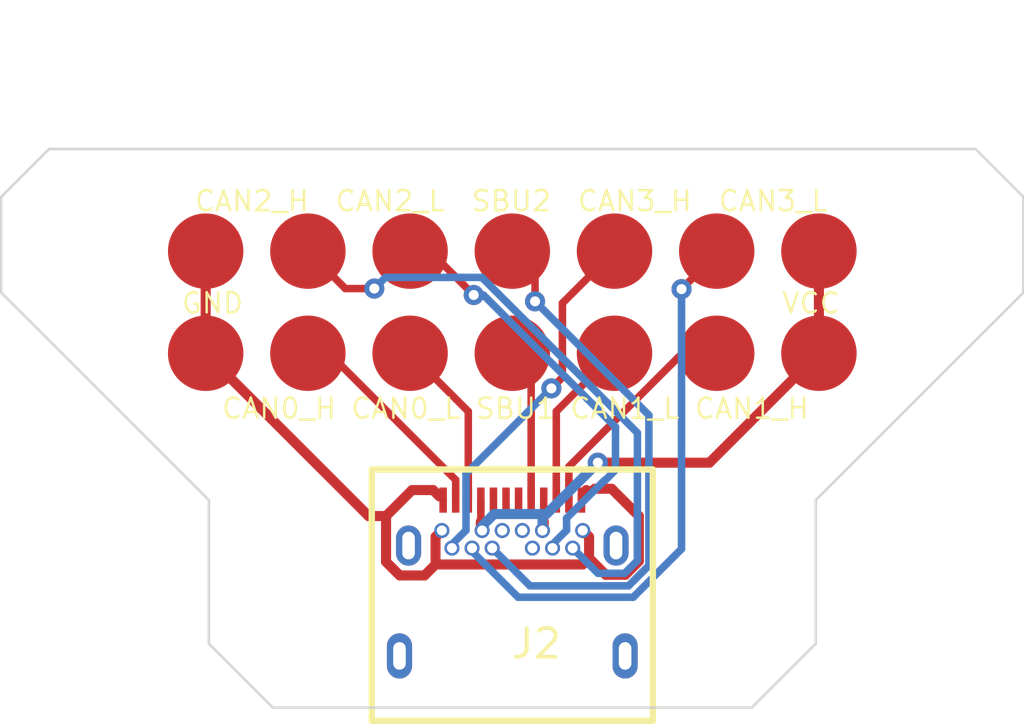
<source format=kicad_pcb>
(kicad_pcb (version 20221018) (generator pcbnew)
  (layers (0 "F.Cu" signal) (31 "B.Cu" signal) (34 "B.Paste" user) (35 "F.Paste" user) (36 "B.SilkS" user "B.Silkscreen") (37 "F.SilkS" user "F.Silkscreen") (38 "B.Mask" user) (39 "F.Mask" user) (44 "Edge.Cuts" user))
  (net 0 "")
  (net 1 "+12V")
  (net 2 "/CAN0_H")
  (net 3 "/CAN0_L")
  (net 4 "GND")
  (net 8 "/SBU1")
  (net 9 "/CAN1_L")
  (net 10 "/CAN1_H")
  (net 11 "/CAN2_H")
  (net 12 "/CAN2_L")
  (net 16 "/SBU2")
  (net 17 "/CAN3_L")
  (net 18 "/CAN3_H")
  (footprint "MountingHole:MountingHole_3mm" (layer "F.Cu") (at 123.698 76.962)
    (fp_text reference "H1" hide)
    (fp_text value "MountingHole" hide)
    (pad "" np_thru_hole circle (at 0 0) (size 3 3) (drill 3) (layers "*.Cu" "*.Mask"))
  )
  (footprint "CommaPogo_Library:USB-C-SMD_HC005-1A1H1A103-0HR" (layer "F.Cu") (at 140.335 90.73)
    (fp_text reference "J2" (at -0.124 2.615) (layer "F.SilkS") (effects (font (size 1.143 1.143) (thickness 0.152)) (justify left)))
    (fp_text value "Conn_02x12_Row_Letter_Last" hide)
    (fp_line (start -5.588 -4.318) (end 5.588 -4.318) (stroke (width 0.254)) (layer "F.SilkS"))
    (fp_line (start -5.588 5.682) (end -5.588 -4.318) (stroke (width 0.254)) (layer "F.SilkS"))
    (fp_line (start 5.588 -4.318) (end 5.588 5.682) (stroke (width 0.254)) (layer "F.SilkS"))
    (fp_line (start 5.588 5.682) (end -5.588 5.682) (stroke (width 0.254)) (layer "F.SilkS"))
    (pad "" np_thru_hole circle (at -3.6 -2.54) (size 0.65 0.65) (drill 0.65) (layers "*.Cu" "*.Mask"))
    (pad "" np_thru_hole circle (at 3.595 -2.575) (size 0.65 0.65) (drill 0.65) (layers "*.Cu" "*.Mask"))
    (pad "1" thru_hole oval (at -4.125 -1.29) (size 1 1.6) (drill oval 0.5 1.1) (layers "*.Cu" "*.Paste" "*.Mask"))
    (pad "2" thru_hole oval (at -4.485 3.1) (size 1 1.8) (drill oval 0.5 1.1) (layers "*.Cu" "*.Paste" "*.Mask"))
    (pad "3" thru_hole oval (at 4.485 3.1) (size 1 1.8) (drill oval 0.5 1.1) (layers "*.Cu" "*.Paste" "*.Mask"))
    (pad "4" thru_hole oval (at 4.125 -1.29) (size 1 1.6) (drill oval 0.5 1.1) (layers "*.Cu" "*.Paste" "*.Mask"))
    (pad "A1" smd rect (at -2.75 -3.1) (size 0.3 1) (layers "F.Cu" "F.Paste" "F.Mask") (net 4 "GND"))
    (pad "A2" smd rect (at -2.25 -3.1) (size 0.3 1) (layers "F.Cu" "F.Paste" "F.Mask") (net 2 "/CAN0_H"))
    (pad "A3" smd rect (at -1.75 -3.1) (size 0.3 1) (layers "F.Cu" "F.Paste" "F.Mask") (net 3 "/CAN0_L"))
    (pad "A4" smd rect (at -1.25 -3.1) (size 0.3 1) (layers "F.Cu" "F.Paste" "F.Mask") (net 1 "+12V"))
    (pad "A5" smd rect (at -0.75 -3.1) (size 0.3 1) (layers "F.Cu" "F.Paste" "F.Mask"))
    (pad "A6" smd rect (at -0.25 -3.1) (size 0.3 1) (layers "F.Cu" "F.Paste" "F.Mask"))
    (pad "A7" smd rect (at 0.25 -3.1) (size 0.3 1) (layers "F.Cu" "F.Paste" "F.Mask"))
    (pad "A8" smd rect (at 0.75 -3.1) (size 0.3 1) (layers "F.Cu" "F.Paste" "F.Mask") (net 8 "/SBU1"))
    (pad "A9" smd rect (at 1.25 -3.1) (size 0.3 1) (layers "F.Cu" "F.Paste" "F.Mask") (net 1 "+12V"))
    (pad "A10" smd rect (at 1.75 -3.1) (size 0.3 1) (layers "F.Cu" "F.Paste" "F.Mask") (net 9 "/CAN1_L"))
    (pad "A11" smd rect (at 2.25 -3.1) (size 0.3 1) (layers "F.Cu" "F.Paste" "F.Mask") (net 10 "/CAN1_H"))
    (pad "A12" smd rect (at 2.75 -3.1) (size 0.3 1) (layers "F.Cu" "F.Paste" "F.Mask") (net 4 "GND"))
    (pad "B1" thru_hole circle (at 2.8 -1.89) (size 0.6 0.6) (drill 0.4) (layers "*.Cu" "*.Paste" "*.Mask") (net 4 "GND"))
    (pad "B2" thru_hole circle (at 2.4 -1.19) (size 0.6 0.6) (drill 0.4) (layers "*.Cu" "*.Paste" "*.Mask") (net 11 "/CAN2_H"))
    (pad "B3" thru_hole circle (at 1.6 -1.19) (size 0.6 0.6) (drill 0.4) (layers "*.Cu" "*.Paste" "*.Mask") (net 12 "/CAN2_L"))
    (pad "B4" thru_hole circle (at 1.2 -1.89) (size 0.6 0.6) (drill 0.4) (layers "*.Cu" "*.Paste" "*.Mask") (net 1 "+12V"))
    (pad "B5" thru_hole circle (at 0.8 -1.19) (size 0.6 0.6) (drill 0.4) (layers "*.Cu" "*.Paste" "*.Mask"))
    (pad "B6" thru_hole circle (at 0.4 -1.89) (size 0.6 0.6) (drill 0.4) (layers "*.Cu" "*.Paste" "*.Mask"))
    (pad "B7" thru_hole circle (at -0.4 -1.89) (size 0.6 0.6) (drill 0.4) (layers "*.Cu" "*.Paste" "*.Mask"))
    (pad "B8" thru_hole circle (at -0.8 -1.19) (size 0.6 0.6) (drill 0.4) (layers "*.Cu" "*.Paste" "*.Mask") (net 16 "/SBU2"))
    (pad "B9" thru_hole circle (at -1.2 -1.89) (size 0.6 0.6) (drill 0.4) (layers "*.Cu" "*.Paste" "*.Mask") (net 1 "+12V"))
    (pad "B10" thru_hole circle (at -1.6 -1.19) (size 0.6 0.6) (drill 0.4) (layers "*.Cu" "*.Paste" "*.Mask") (net 17 "/CAN3_L"))
    (pad "B11" thru_hole circle (at -2.4 -1.19) (size 0.6 0.6) (drill 0.4) (layers "*.Cu" "*.Paste" "*.Mask") (net 18 "/CAN3_H"))
    (pad "B12" thru_hole circle (at -2.8 -1.89) (size 0.6 0.6) (drill 0.4) (layers "*.Cu" "*.Paste" "*.Mask") (net 4 "GND"))
  )
  (footprint "MountingHole:MountingHole_3mm" (layer "F.Cu") (at 148.844 92.202)
    (fp_text reference "H4" hide)
    (fp_text value "MountingHole" hide)
    (pad "" np_thru_hole circle (at 0 0) (size 3 3) (drill 3) (layers "*.Cu" "*.Mask"))
  )
  (footprint "MountingHole:MountingHole_3mm" (layer "F.Cu") (at 131.826 92.202)
    (fp_text reference "H3" hide)
    (fp_text value "MountingHole" hide)
    (pad "" np_thru_hole circle (at 0 0) (size 3 3) (drill 3) (layers "*.Cu" "*.Mask"))
  )
  (footprint "MountingHole:MountingHole_3mm" (layer "F.Cu") (at 156.972 76.962)
    (fp_text reference "H2" hide)
    (fp_text value "MountingHole" hide)
    (pad "" np_thru_hole circle (at 0 0) (size 3 3) (drill 3) (layers "*.Cu" "*.Mask"))
  )
  (footprint "CommaPogo_Library:2x7_Pogo_Male" (layer "F.Cu") (at 140.335 83.82)
    (fp_text reference "J1" hide)
    (fp_text value "Conn_02x07_Row_Letter_Last")
    (fp_text user "VCC" (at 10.668 -3.556 unlocked) (layer "F.SilkS") (effects (font (size 0.8 0.8) (thickness 0.1)) (justify left bottom)))
    (fp_text user "CAN3_H" (at 2.539998 -7.62 unlocked) (layer "F.SilkS") (effects (font (size 0.8 0.8) (thickness 0.1)) (justify left bottom)))
    (fp_text user "CAN0_L" (at -6.470621 0.635 unlocked) (layer "F.SilkS") (effects (font (size 0.8 0.8) (thickness 0.1)) (justify left bottom)))
    (fp_text user "SBU1" (at -1.524002 0.635 unlocked) (layer "F.SilkS") (effects (font (size 0.8 0.8) (thickness 0.1)) (justify left bottom)))
    (fp_text user "GND" (at -13.208 -3.556 unlocked) (layer "F.SilkS") (effects (font (size 0.8 0.8) (thickness 0.1)) (justify left bottom)))
    (fp_text user "SBU2" (at -1.68605 -7.62 unlocked) (layer "F.SilkS") (effects (font (size 0.8 0.8) (thickness 0.1)) (justify left bottom)))
    (fp_text user "CAN2_H" (at -12.690526 -7.62 unlocked) (layer "F.SilkS") (effects (font (size 0.8 0.8) (thickness 0.1)) (justify left bottom)))
    (fp_text user "CAN0_H" (at -11.607716 0.635 unlocked) (layer "F.SilkS") (effects (font (size 0.8 0.8) (thickness 0.1)) (justify left bottom)))
    (fp_text user "CAN3_L" (at 8.137474 -7.62 unlocked) (layer "F.SilkS") (effects (font (size 0.8 0.8) (thickness 0.1)) (justify left bottom)))
    (fp_text user "CAN1_L" (at 2.241665 0.635 unlocked) (layer "F.SilkS") (effects (font (size 0.8 0.8) (thickness 0.1)) (justify left bottom)))
    (fp_text user "CAN2_L" (at -7.09305 -7.62 unlocked) (layer "F.SilkS") (effects (font (size 0.8 0.8) (thickness 0.1)) (justify left bottom)))
    (fp_text user "CAN1_H" (at 7.188284 0.635 unlocked) (layer "F.SilkS") (effects (font (size 0.8 0.8) (thickness 0.1)) (justify left bottom)))
    (pad "1" smd circle (at -12.192 -6.096) (size 3 3) (layers "F.Cu" "F.Paste" "F.Mask") (net 4 "GND"))
    (pad "2" smd circle (at -8.128 -6.096) (size 3 3) (layers "F.Cu" "F.Paste" "F.Mask") (net 11 "/CAN2_H"))
    (pad "3" smd circle (at -4.064 -6.096) (size 3 3) (layers "F.Cu" "F.Paste" "F.Mask") (net 12 "/CAN2_L"))
    (pad "4" smd circle (at 0 -6.096) (size 3 3) (layers "F.Cu" "F.Paste" "F.Mask") (net 16 "/SBU2"))
    (pad "5" smd circle (at 4.064 -6.096) (size 3 3) (layers "F.Cu" "F.Paste" "F.Mask") (net 18 "/CAN3_H"))
    (pad "6" smd circle (at 8.128 -6.096) (size 3 3) (layers "F.Cu" "F.Paste" "F.Mask") (net 17 "/CAN3_L"))
    (pad "7" smd circle (at 12.192 -6.096) (size 3 3) (layers "F.Cu" "F.Paste" "F.Mask") (net 1 "+12V"))
    (pad "8" smd circle (at -12.192 -2.032) (size 3 3) (layers "F.Cu" "F.Paste" "F.Mask") (net 4 "GND"))
    (pad "9" smd circle (at -8.128 -2.032) (size 3 3) (layers "F.Cu" "F.Paste" "F.Mask") (net 2 "/CAN0_H"))
    (pad "10" smd circle (at -4.064 -2.032) (size 3 3) (layers "F.Cu" "F.Paste" "F.Mask") (net 3 "/CAN0_L"))
    (pad "11" smd circle (at 0 -2.032) (size 3 3) (layers "F.Cu" "F.Paste" "F.Mask") (net 8 "/SBU1"))
    (pad "12" smd circle (at 4.064 -2.032) (size 3 3) (layers "F.Cu" "F.Paste" "F.Mask") (net 9 "/CAN1_L"))
    (pad "13" smd circle (at 8.128 -2.032) (size 3 3) (layers "F.Cu" "F.Paste" "F.Mask") (net 10 "/CAN1_H"))
    (pad "14" smd circle (at 12.192 -2.032) (size 3 3) (layers "F.Cu" "F.Paste" "F.Mask") (net 1 "+12V"))
  )
  (gr_line (start 158.75 73.66) (end 160.655 75.565) (stroke (width 0.1)) (layer "Edge.Cuts"))
  (gr_line (start 160.655 75.565) (end 160.655 79.375) (stroke (width 0.1)) (layer "Edge.Cuts"))
  (gr_line (start 140.335 73.66) (end 158.75 73.66) (stroke (width 0.1)) (layer "Edge.Cuts"))
  (gr_line (start 121.92 73.66) (end 140.335 73.66) (stroke (width 0.1)) (layer "Edge.Cuts"))
  (gr_line (start 120.015 79.375) (end 120.015 75.565) (stroke (width 0.1)) (layer "Edge.Cuts"))
  (gr_line (start 160.655 79.375) (end 159.385 80.645) (stroke (width 0.1)) (layer "Edge.Cuts"))
  (gr_line (start 120.015 75.565) (end 121.92 73.66) (stroke (width 0.1)) (layer "Edge.Cuts"))
  (gr_line (start 128.27 87.63) (end 128.27 93.345) (stroke (width 0.1)) (layer "Edge.Cuts"))
  (gr_line (start 159.385 80.645) (end 152.4 87.63) (stroke (width 0.1)) (layer "Edge.Cuts"))
  (gr_line (start 152.4 87.63) (end 152.4 93.345) (stroke (width 0.1)) (layer "Edge.Cuts"))
  (gr_line (start 140.335 95.885) (end 130.81 95.885) (stroke (width 0.1)) (layer "Edge.Cuts"))
  (gr_line (start 121.285 80.645) (end 120.015 79.375) (stroke (width 0.1)) (layer "Edge.Cuts"))
  (gr_line (start 149.86 95.885) (end 140.335 95.885) (stroke (width 0.1)) (layer "Edge.Cuts"))
  (gr_line (start 130.81 95.885) (end 128.27 93.345) (stroke (width 0.1)) (layer "Edge.Cuts"))
  (gr_line (start 128.27 87.63) (end 121.285 80.645) (stroke (width 0.1)) (layer "Edge.Cuts"))
  (gr_line (start 152.4 93.345) (end 149.86 95.885) (stroke (width 0.1)) (layer "Edge.Cuts"))
  (segment (start 139.085 88.79) (end 139.085 88.4821) (width 0.4) (layer "F.Cu") (net 1))
  (segment (start 148.174 86.141) (end 143.7362 86.141) (width 0.4) (layer "F.Cu") (net 1))
  (segment (start 139.085 88.4821) (end 139.085 87.63) (width 0.2998) (layer "F.Cu") (net 1))
  (segment (start 152.527 81.788) (end 148.174 86.141) (width 0.4) (layer "F.Cu") (net 1))
  (segment (start 139.135 88.84) (end 139.085 88.79) (width 0.4) (layer "F.Cu") (net 1))
  (segment (start 141.535 88.84) (end 141.585 88.79) (width 0.4) (layer "F.Cu") (net 1))
  (segment (start 152.527 77.724) (end 152.527 81.788) (width 0.4) (layer "F.Cu") (net 1))
  (segment (start 141.585 88.79) (end 141.585 88.4821) (width 0.4) (layer "F.Cu") (net 1))
  (segment (start 141.585 88.4821) (end 141.585 87.63) (width 0.2998) (layer "F.Cu") (net 1))
  (via (at 143.7362 86.141) (size 0.8) (drill 0.4) (layers "F.Cu" "B.Cu") (net 1))
  (segment (start 139.6119 88.1855) (end 139.135 88.6624) (width 0.4) (layer "B.Cu") (net 1))
  (segment (start 141.535 88.1855) (end 141.535 88.84) (width 0.4) (layer "B.Cu") (net 1))
  (segment (start 141.6917 88.1855) (end 141.535 88.1855) (width 0.4) (layer "B.Cu") (net 1))
  (segment (start 143.7362 86.141) (end 141.6917 88.1855) (width 0.4) (layer "B.Cu") (net 1))
  (segment (start 141.535 88.1855) (end 139.6119 88.1855) (width 0.4) (layer "B.Cu") (net 1))
  (segment (start 139.135 88.6624) (end 139.135 88.84) (width 0.4) (layer "B.Cu") (net 1))
  (segment (start 132.207 81.788) (end 133.0449 81.788) (width 0.3) (layer "F.Cu") (net 2))
  (segment (start 133.0449 81.788) (end 138.085 86.8281) (width 0.3) (layer "F.Cu") (net 2))
  (segment (start 138.085 87.63) (end 138.085 86.8281) (width 0.3) (layer "F.Cu") (net 2))
  (segment (start 136.271 81.788) (end 138.585 84.102) (width 0.3) (layer "F.Cu") (net 3))
  (segment (start 138.585 84.102) (end 138.585 87.63) (width 0.3) (layer "F.Cu") (net 3))
  (segment (start 144.2837 87.1793) (end 145.3667 88.2623) (width 0.4) (layer "F.Cu") (net 4))
  (segment (start 135.315 88.2651) (end 135.315 90.0841) (width 0.4) (layer "F.Cu") (net 4))
  (segment (start 137.1861 87.2311) (end 137.4373 87.4823) (width 0.4) (layer "F.Cu") (net 4))
  (segment (start 128.143 81.788) (end 134.6201 88.2651) (width 0.4) (layer "F.Cu") (net 4))
  (segment (start 136.8469 90.6276) (end 137.2824 90.1921) (width 0.4) (layer "F.Cu") (net 4))
  (segment (start 143.3877 89.0927) (end 143.135 88.84) (width 0.4) (layer "F.Cu") (net 4))
  (segment (start 144.8256 90.6021) (end 144.0504 90.6021) (width 0.4) (layer "F.Cu") (net 4))
  (segment (start 144.0504 90.6021) (end 143.3877 89.9394) (width 0.4) (layer "F.Cu") (net 4))
  (segment (start 137.2824 90.1921) (end 137.2824 89.0926) (width 0.4) (layer "F.Cu") (net 4))
  (segment (start 128.143 77.724) (end 128.143 81.788) (width 0.4) (layer "F.Cu") (net 4))
  (segment (start 143.3877 89.9394) (end 143.3877 89.0927) (width 0.4) (layer "F.Cu") (net 4))
  (segment (start 145.3667 90.061) (end 144.8256 90.6021) (width 0.4) (layer "F.Cu") (net 4))
  (segment (start 135.315 88.2651) (end 136.349 87.2311) (width 0.4) (layer "F.Cu") (net 4))
  (segment (start 143.6055 87.1793) (end 144.2837 87.1793) (width 0.4) (layer "F.Cu") (net 4))
  (segment (start 143.5552 87.2296) (end 143.2799 87.2296) (width 0.2998) (layer "F.Cu") (net 4))
  (segment (start 137.2824 90.1921) (end 143.135 90.1921) (width 0.4) (layer "F.Cu") (net 4))
  (segment (start 143.2799 87.2296) (end 143.2327 87.2768) (width 0.4) (layer "F.Cu") (net 4))
  (segment (start 137.4373 87.4823) (end 137.585 87.63) (width 0.2998) (layer "F.Cu") (net 4))
  (segment (start 136.349 87.2311) (end 137.1861 87.2311) (width 0.4) (layer "F.Cu") (net 4))
  (segment (start 134.6201 88.2651) (end 135.315 88.2651) (width 0.4) (layer "F.Cu") (net 4))
  (segment (start 135.8585 90.6276) (end 136.8469 90.6276) (width 0.4) (layer "F.Cu") (net 4))
  (segment (start 135.315 90.0841) (end 135.8585 90.6276) (width 0.4) (layer "F.Cu") (net 4))
  (segment (start 143.2327 87.2768) (end 143.085 87.4245) (width 0.2998) (layer "F.Cu") (net 4))
  (segment (start 145.3667 88.2623) (end 145.3667 90.061) (width 0.4) (layer "F.Cu") (net 4))
  (segment (start 143.6055 87.1793) (end 143.5552 87.2296) (width 0.2998) (layer "F.Cu") (net 4))
  (segment (start 143.135 90.1921) (end 143.3877 89.9394) (width 0.4) (layer "F.Cu") (net 4))
  (segment (start 143.085 87.4245) (end 143.085 87.63) (width 0.2998) (layer "F.Cu") (net 4))
  (segment (start 137.2824 89.0926) (end 137.535 88.84) (width 0.4) (layer "F.Cu") (net 4))
  (segment (start 141.085 86.8281) (end 141.085 82.538) (width 0.3) (layer "F.Cu") (net 8))
  (segment (start 141.085 87.63) (end 141.085 86.8281) (width 0.3) (layer "F.Cu") (net 8))
  (segment (start 141.085 82.538) (end 140.335 81.788) (width 0.3) (layer "F.Cu") (net 8))
  (segment (start 144.399 81.788) (end 142.085 84.102) (width 0.3) (layer "F.Cu") (net 9))
  (segment (start 142.085 84.102) (end 142.085 87.63) (width 0.3) (layer "F.Cu") (net 9))
  (segment (start 147.0967 81.788) (end 142.585 86.2997) (width 0.3) (layer "F.Cu") (net 10))
  (segment (start 148.463 81.788) (end 147.0967 81.788) (width 0.3) (layer "F.Cu") (net 10))
  (segment (start 142.585 87.63) (end 142.585 86.8281) (width 0.3) (layer "F.Cu") (net 10))
  (segment (start 142.585 86.2997) (end 142.585 86.8281) (width 0.3) (layer "F.Cu") (net 10))
  (segment (start 133.697 79.214) (end 134.8474 79.214) (width 0.3) (layer "F.Cu") (net 11))
  (segment (start 132.207 77.724) (end 133.697 79.214) (width 0.3) (layer "F.Cu") (net 11))
  (via (at 134.8474 79.214) (size 0.8) (drill 0.4) (layers "F.Cu" "B.Cu") (net 11))
  (segment (start 139.1241 78.7681) (end 145.309 84.953) (width 0.3) (layer "B.Cu") (net 11))
  (segment (start 143.7369 90.5419) (end 142.735 89.54) (width 0.3) (layer "B.Cu") (net 11))
  (segment (start 144.804 90.5419) (end 143.7369 90.5419) (width 0.3) (layer "B.Cu") (net 11))
  (segment (start 134.8474 79.214) (end 135.2933 78.7681) (width 0.3) (layer "B.Cu") (net 11))
  (segment (start 135.2933 78.7681) (end 139.1241 78.7681) (width 0.3) (layer "B.Cu") (net 11))
  (segment (start 145.309 84.953) (end 145.309 90.0369) (width 0.3) (layer "B.Cu") (net 11))
  (segment (start 145.309 90.0369) (end 144.804 90.5419) (width 0.3) (layer "B.Cu") (net 11))
  (segment (start 137.0562 77.724) (end 138.8022 79.47) (width 0.3) (layer "F.Cu") (net 12))
  (segment (start 136.271 77.724) (end 137.0562 77.724) (width 0.3) (layer "F.Cu") (net 12))
  (via (at 138.8022 79.47) (size 0.8) (drill 0.4) (layers "F.Cu" "B.Cu") (net 12))
  (segment (start 144.0021 86.8429) (end 144.0269 86.8429) (width 0.3) (layer "B.Cu") (net 12))
  (segment (start 144.4381 86.4317) (end 144.4381 84.7211) (width 0.3) (layer "B.Cu") (net 12))
  (segment (start 144.4381 84.7211) (end 139.187 79.47) (width 0.3) (layer "B.Cu") (net 12))
  (segment (start 142.4944 88.3506) (end 144.0021 86.8429) (width 0.3) (layer "B.Cu") (net 12))
  (segment (start 141.935 89.54) (end 141.935 89.3901) (width 0.3) (layer "B.Cu") (net 12))
  (segment (start 139.187 79.47) (end 138.8022 79.47) (width 0.3) (layer "B.Cu") (net 12))
  (segment (start 142.4944 88.8307) (end 142.4944 88.3506) (width 0.3) (layer "B.Cu") (net 12))
  (segment (start 144.0269 86.8429) (end 144.4381 86.4317) (width 0.3) (layer "B.Cu") (net 12))
  (segment (start 141.935 89.3901) (end 142.4944 88.8307) (width 0.3) (layer "B.Cu") (net 12))
  (segment (start 140.335 77.724) (end 141.2395 78.6285) (width 0.3) (layer "F.Cu") (net 16))
  (segment (start 141.2395 78.6285) (end 141.2395 79.7229) (width 0.3) (layer "F.Cu") (net 16))
  (via (at 141.2395 79.7229) (size 0.8) (drill 0.4) (layers "F.Cu" "B.Cu") (net 16))
  (segment (start 144.9562 91.0428) (end 141.0378 91.0428) (width 0.3) (layer "B.Cu") (net 16))
  (segment (start 141.0378 91.0428) (end 139.535 89.54) (width 0.3) (layer "B.Cu") (net 16))
  (segment (start 145.7657 84.2491) (end 145.7657 90.2333) (width 0.3) (layer "B.Cu") (net 16))
  (segment (start 141.2395 79.7229) (end 145.7657 84.2491) (width 0.3) (layer "B.Cu") (net 16))
  (segment (start 145.7657 90.2333) (end 144.9562 91.0428) (width 0.3) (layer "B.Cu") (net 16))
  (segment (start 148.463 77.8373) (end 147.0641 79.2362) (width 0.3) (layer "F.Cu") (net 17))
  (segment (start 148.463 77.724) (end 148.463 77.8373) (width 0.3) (layer "F.Cu") (net 17))
  (via (at 147.0641 79.2362) (size 0.8) (drill 0.4) (layers "F.Cu" "B.Cu") (net 17))
  (segment (start 145.1433 91.4947) (end 147.0641 89.5739) (width 0.3) (layer "B.Cu") (net 17))
  (segment (start 140.5645 91.4947) (end 145.1433 91.4947) (width 0.3) (layer "B.Cu") (net 17))
  (segment (start 147.0641 89.5739) (end 147.0641 79.2362) (width 0.3) (layer "B.Cu") (net 17))
  (segment (start 138.735 89.6652) (end 140.5645 91.4947) (width 0.3) (layer "B.Cu") (net 17))
  (segment (start 138.735 89.54) (end 138.735 89.6652) (width 0.3) (layer "B.Cu") (net 17))
  (segment (start 144.399 77.724) (end 142.3264 79.7966) (width 0.3) (layer "F.Cu") (net 18))
  (segment (start 142.3264 79.7966) (end 142.3264 82.7476) (width 0.3) (layer "F.Cu") (net 18))
  (segment (start 142.3264 82.7476) (end 141.8889 83.1851) (width 0.3) (layer "F.Cu") (net 18))
  (via (at 141.8889 83.1851) (size 0.8) (drill 0.4) (layers "F.Cu" "B.Cu") (net 18))
  (segment (start 138.4944 86.5796) (end 141.8889 83.1851) (width 0.3) (layer "B.Cu") (net 18))
  (segment (start 138.4944 88.8307) (end 138.4944 86.5796) (width 0.3) (layer "B.Cu") (net 18))
  (segment (start 137.935 89.3901) (end 138.4944 88.8307) (width 0.3) (layer "B.Cu") (net 18))
  (segment (start 137.935 89.54) (end 137.935 89.3901) (width 0.3) (layer "B.Cu") (net 18))
)
</source>
